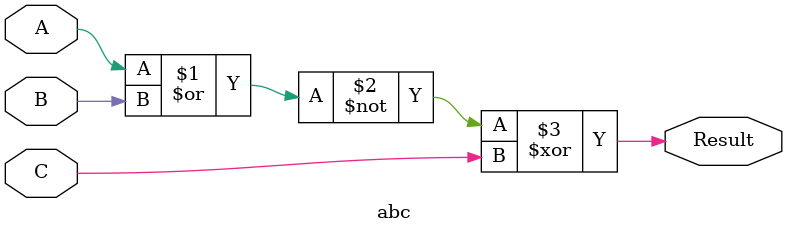
<source format=v>
module abc(
    input A,
    input B,
    input C, 
    output Result
);
    assign Result = ~(A | B) ^ C; // 异或逻辑
endmodule
</source>
